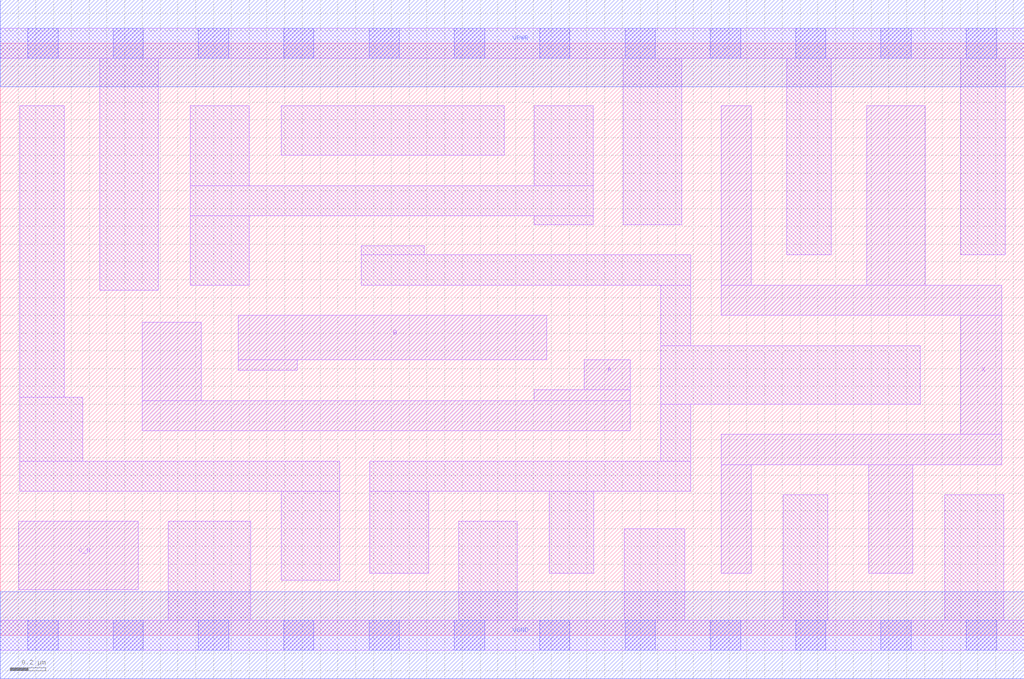
<source format=lef>
# Copyright 2020 The SkyWater PDK Authors
#
# Licensed under the Apache License, Version 2.0 (the "License");
# you may not use this file except in compliance with the License.
# You may obtain a copy of the License at
#
#     https://www.apache.org/licenses/LICENSE-2.0
#
# Unless required by applicable law or agreed to in writing, software
# distributed under the License is distributed on an "AS IS" BASIS,
# WITHOUT WARRANTIES OR CONDITIONS OF ANY KIND, either express or implied.
# See the License for the specific language governing permissions and
# limitations under the License.
#
# SPDX-License-Identifier: Apache-2.0

VERSION 5.7 ;
  NAMESCASESENSITIVE ON ;
  NOWIREEXTENSIONATPIN ON ;
  DIVIDERCHAR "/" ;
  BUSBITCHARS "[]" ;
UNITS
  DATABASE MICRONS 200 ;
END UNITS
MACRO sky130_fd_sc_hs__or3b_4
  CLASS CORE ;
  SOURCE USER ;
  FOREIGN sky130_fd_sc_hs__or3b_4 ;
  ORIGIN  0.000000  0.000000 ;
  SIZE  5.760000 BY  3.330000 ;
  SYMMETRY X Y ;
  SITE unit ;
  PIN A
    ANTENNAGATEAREA  0.411000 ;
    DIRECTION INPUT ;
    USE SIGNAL ;
    PORT
      LAYER li1 ;
        RECT 0.800000 1.150000 3.545000 1.320000 ;
        RECT 0.800000 1.320000 1.130000 1.760000 ;
        RECT 3.005000 1.320000 3.545000 1.380000 ;
        RECT 3.285000 1.380000 3.545000 1.550000 ;
    END
  END A
  PIN B
    ANTENNAGATEAREA  0.411000 ;
    DIRECTION INPUT ;
    USE SIGNAL ;
    PORT
      LAYER li1 ;
        RECT 1.340000 1.490000 1.670000 1.550000 ;
        RECT 1.340000 1.550000 3.075000 1.800000 ;
    END
  END B
  PIN C_N
    ANTENNAGATEAREA  0.246000 ;
    DIRECTION INPUT ;
    USE SIGNAL ;
    PORT
      LAYER li1 ;
        RECT 0.105000 0.255000 0.775000 0.640000 ;
    END
  END C_N
  PIN X
    ANTENNADIFFAREA  1.104900 ;
    DIRECTION OUTPUT ;
    USE SIGNAL ;
    PORT
      LAYER li1 ;
        RECT 4.055000 0.350000 4.225000 0.960000 ;
        RECT 4.055000 0.960000 5.635000 1.130000 ;
        RECT 4.055000 1.800000 5.635000 1.970000 ;
        RECT 4.055000 1.970000 4.225000 2.980000 ;
        RECT 4.875000 1.970000 5.205000 2.980000 ;
        RECT 4.885000 0.350000 5.135000 0.960000 ;
        RECT 5.405000 1.130000 5.635000 1.800000 ;
    END
  END X
  PIN VGND
    DIRECTION INOUT ;
    USE GROUND ;
    PORT
      LAYER met1 ;
        RECT 0.000000 -0.245000 5.760000 0.245000 ;
    END
  END VGND
  PIN VPWR
    DIRECTION INOUT ;
    USE POWER ;
    PORT
      LAYER met1 ;
        RECT 0.000000 3.085000 5.760000 3.575000 ;
    END
  END VPWR
  OBS
    LAYER li1 ;
      RECT 0.000000 -0.085000 5.760000 0.085000 ;
      RECT 0.000000  3.245000 5.760000 3.415000 ;
      RECT 0.110000  0.810000 1.910000 0.980000 ;
      RECT 0.110000  0.980000 0.465000 1.340000 ;
      RECT 0.110000  1.340000 0.360000 2.980000 ;
      RECT 0.560000  1.940000 0.890000 3.245000 ;
      RECT 0.945000  0.085000 1.410000 0.640000 ;
      RECT 1.070000  1.970000 1.400000 2.360000 ;
      RECT 1.070000  2.360000 3.335000 2.530000 ;
      RECT 1.070000  2.530000 1.400000 2.980000 ;
      RECT 1.580000  0.310000 1.910000 0.810000 ;
      RECT 1.580000  2.700000 2.835000 2.980000 ;
      RECT 2.030000  1.970000 3.885000 2.140000 ;
      RECT 2.030000  2.140000 2.385000 2.190000 ;
      RECT 2.080000  0.350000 2.410000 0.810000 ;
      RECT 2.080000  0.810000 3.885000 0.980000 ;
      RECT 2.580000  0.085000 2.910000 0.640000 ;
      RECT 3.005000  2.310000 3.335000 2.360000 ;
      RECT 3.005000  2.530000 3.335000 2.980000 ;
      RECT 3.090000  0.350000 3.340000 0.810000 ;
      RECT 3.505000  2.310000 3.835000 3.245000 ;
      RECT 3.510000  0.085000 3.850000 0.600000 ;
      RECT 3.715000  0.980000 3.885000 1.300000 ;
      RECT 3.715000  1.300000 5.175000 1.630000 ;
      RECT 3.715000  1.630000 3.885000 1.970000 ;
      RECT 4.405000  0.085000 4.655000 0.790000 ;
      RECT 4.425000  2.140000 4.675000 3.245000 ;
      RECT 5.315000  0.085000 5.645000 0.790000 ;
      RECT 5.405000  2.140000 5.655000 3.245000 ;
    LAYER mcon ;
      RECT 0.155000 -0.085000 0.325000 0.085000 ;
      RECT 0.155000  3.245000 0.325000 3.415000 ;
      RECT 0.635000 -0.085000 0.805000 0.085000 ;
      RECT 0.635000  3.245000 0.805000 3.415000 ;
      RECT 1.115000 -0.085000 1.285000 0.085000 ;
      RECT 1.115000  3.245000 1.285000 3.415000 ;
      RECT 1.595000 -0.085000 1.765000 0.085000 ;
      RECT 1.595000  3.245000 1.765000 3.415000 ;
      RECT 2.075000 -0.085000 2.245000 0.085000 ;
      RECT 2.075000  3.245000 2.245000 3.415000 ;
      RECT 2.555000 -0.085000 2.725000 0.085000 ;
      RECT 2.555000  3.245000 2.725000 3.415000 ;
      RECT 3.035000 -0.085000 3.205000 0.085000 ;
      RECT 3.035000  3.245000 3.205000 3.415000 ;
      RECT 3.515000 -0.085000 3.685000 0.085000 ;
      RECT 3.515000  3.245000 3.685000 3.415000 ;
      RECT 3.995000 -0.085000 4.165000 0.085000 ;
      RECT 3.995000  3.245000 4.165000 3.415000 ;
      RECT 4.475000 -0.085000 4.645000 0.085000 ;
      RECT 4.475000  3.245000 4.645000 3.415000 ;
      RECT 4.955000 -0.085000 5.125000 0.085000 ;
      RECT 4.955000  3.245000 5.125000 3.415000 ;
      RECT 5.435000 -0.085000 5.605000 0.085000 ;
      RECT 5.435000  3.245000 5.605000 3.415000 ;
  END
END sky130_fd_sc_hs__or3b_4

</source>
